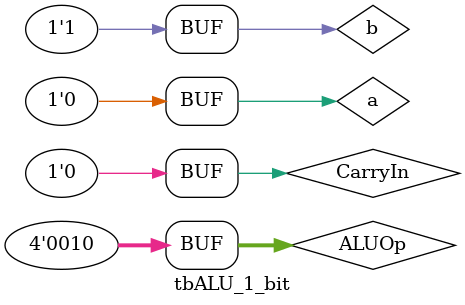
<source format=v>
module tbALU_1_bit
(
);
  reg a;
  reg b;
  reg [3:0] ALUOp;
  reg CarryIn;
  wire CarryOut;
  wire Result;
  
  ALU_1_bit alu1
  (
    .a(a),
    .b(b),
    .ALUOp(ALUOp),
    .CarryIn(CarryIn),
    .CarryOut(CarryOut),
    .Result(Result)
  );
  initial
    begin
      a = 1;
      b = 1;
      ALUOp = 4'h0;
      CarryIn = 1;
      #300 a = 0;
      ALUOp = 4'h6;
      #300 ALUOp = 4'h2;
      CarryIn = 0;
      
    end
endmodule
</source>
